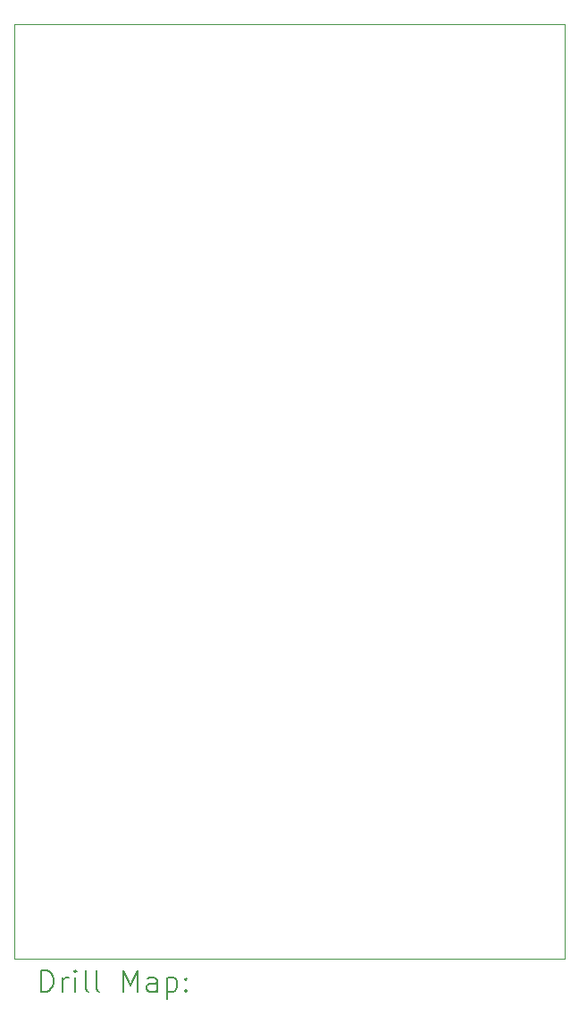
<source format=gbr>
%TF.GenerationSoftware,KiCad,Pcbnew,8.0.9-8.0.9-0~ubuntu22.04.1*%
%TF.CreationDate,2025-04-21T19:02:28+05:30*%
%TF.ProjectId,Variable Buck Converter,56617269-6162-46c6-9520-4275636b2043,rev?*%
%TF.SameCoordinates,Original*%
%TF.FileFunction,Drillmap*%
%TF.FilePolarity,Positive*%
%FSLAX45Y45*%
G04 Gerber Fmt 4.5, Leading zero omitted, Abs format (unit mm)*
G04 Created by KiCad (PCBNEW 8.0.9-8.0.9-0~ubuntu22.04.1) date 2025-04-21 19:02:28*
%MOMM*%
%LPD*%
G01*
G04 APERTURE LIST*
%ADD10C,0.050000*%
%ADD11C,0.200000*%
G04 APERTURE END LIST*
D10*
X8416000Y-5894000D02*
X13637000Y-5894000D01*
X13637000Y-14739000D01*
X8416000Y-14739000D01*
X8416000Y-5894000D01*
D11*
X8674277Y-15052984D02*
X8674277Y-14852984D01*
X8674277Y-14852984D02*
X8721896Y-14852984D01*
X8721896Y-14852984D02*
X8750467Y-14862508D01*
X8750467Y-14862508D02*
X8769515Y-14881555D01*
X8769515Y-14881555D02*
X8779039Y-14900603D01*
X8779039Y-14900603D02*
X8788563Y-14938698D01*
X8788563Y-14938698D02*
X8788563Y-14967269D01*
X8788563Y-14967269D02*
X8779039Y-15005365D01*
X8779039Y-15005365D02*
X8769515Y-15024412D01*
X8769515Y-15024412D02*
X8750467Y-15043460D01*
X8750467Y-15043460D02*
X8721896Y-15052984D01*
X8721896Y-15052984D02*
X8674277Y-15052984D01*
X8874277Y-15052984D02*
X8874277Y-14919650D01*
X8874277Y-14957746D02*
X8883801Y-14938698D01*
X8883801Y-14938698D02*
X8893324Y-14929174D01*
X8893324Y-14929174D02*
X8912372Y-14919650D01*
X8912372Y-14919650D02*
X8931420Y-14919650D01*
X8998086Y-15052984D02*
X8998086Y-14919650D01*
X8998086Y-14852984D02*
X8988563Y-14862508D01*
X8988563Y-14862508D02*
X8998086Y-14872031D01*
X8998086Y-14872031D02*
X9007610Y-14862508D01*
X9007610Y-14862508D02*
X8998086Y-14852984D01*
X8998086Y-14852984D02*
X8998086Y-14872031D01*
X9121896Y-15052984D02*
X9102848Y-15043460D01*
X9102848Y-15043460D02*
X9093324Y-15024412D01*
X9093324Y-15024412D02*
X9093324Y-14852984D01*
X9226658Y-15052984D02*
X9207610Y-15043460D01*
X9207610Y-15043460D02*
X9198086Y-15024412D01*
X9198086Y-15024412D02*
X9198086Y-14852984D01*
X9455229Y-15052984D02*
X9455229Y-14852984D01*
X9455229Y-14852984D02*
X9521896Y-14995841D01*
X9521896Y-14995841D02*
X9588563Y-14852984D01*
X9588563Y-14852984D02*
X9588563Y-15052984D01*
X9769515Y-15052984D02*
X9769515Y-14948222D01*
X9769515Y-14948222D02*
X9759991Y-14929174D01*
X9759991Y-14929174D02*
X9740944Y-14919650D01*
X9740944Y-14919650D02*
X9702848Y-14919650D01*
X9702848Y-14919650D02*
X9683801Y-14929174D01*
X9769515Y-15043460D02*
X9750467Y-15052984D01*
X9750467Y-15052984D02*
X9702848Y-15052984D01*
X9702848Y-15052984D02*
X9683801Y-15043460D01*
X9683801Y-15043460D02*
X9674277Y-15024412D01*
X9674277Y-15024412D02*
X9674277Y-15005365D01*
X9674277Y-15005365D02*
X9683801Y-14986317D01*
X9683801Y-14986317D02*
X9702848Y-14976793D01*
X9702848Y-14976793D02*
X9750467Y-14976793D01*
X9750467Y-14976793D02*
X9769515Y-14967269D01*
X9864753Y-14919650D02*
X9864753Y-15119650D01*
X9864753Y-14929174D02*
X9883801Y-14919650D01*
X9883801Y-14919650D02*
X9921896Y-14919650D01*
X9921896Y-14919650D02*
X9940944Y-14929174D01*
X9940944Y-14929174D02*
X9950467Y-14938698D01*
X9950467Y-14938698D02*
X9959991Y-14957746D01*
X9959991Y-14957746D02*
X9959991Y-15014888D01*
X9959991Y-15014888D02*
X9950467Y-15033936D01*
X9950467Y-15033936D02*
X9940944Y-15043460D01*
X9940944Y-15043460D02*
X9921896Y-15052984D01*
X9921896Y-15052984D02*
X9883801Y-15052984D01*
X9883801Y-15052984D02*
X9864753Y-15043460D01*
X10045705Y-15033936D02*
X10055229Y-15043460D01*
X10055229Y-15043460D02*
X10045705Y-15052984D01*
X10045705Y-15052984D02*
X10036182Y-15043460D01*
X10036182Y-15043460D02*
X10045705Y-15033936D01*
X10045705Y-15033936D02*
X10045705Y-15052984D01*
X10045705Y-14929174D02*
X10055229Y-14938698D01*
X10055229Y-14938698D02*
X10045705Y-14948222D01*
X10045705Y-14948222D02*
X10036182Y-14938698D01*
X10036182Y-14938698D02*
X10045705Y-14929174D01*
X10045705Y-14929174D02*
X10045705Y-14948222D01*
M02*

</source>
